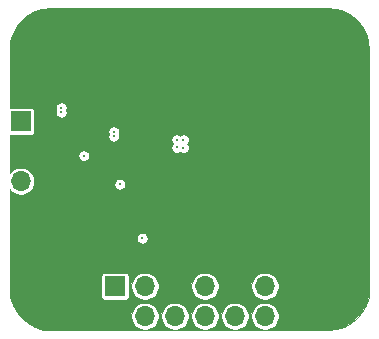
<source format=gbr>
%TF.GenerationSoftware,KiCad,Pcbnew,5.1.6-c6e7f7d~87~ubuntu18.04.1*%
%TF.CreationDate,2020-08-02T22:12:59+02:00*%
%TF.ProjectId,ad9834_eval,61643938-3334-45f6-9576-616c2e6b6963,rev?*%
%TF.SameCoordinates,Original*%
%TF.FileFunction,Copper,L2,Inr*%
%TF.FilePolarity,Positive*%
%FSLAX46Y46*%
G04 Gerber Fmt 4.6, Leading zero omitted, Abs format (unit mm)*
G04 Created by KiCad (PCBNEW 5.1.6-c6e7f7d~87~ubuntu18.04.1) date 2020-08-02 22:12:59*
%MOMM*%
%LPD*%
G01*
G04 APERTURE LIST*
%TA.AperFunction,ViaPad*%
%ADD10O,1.700000X1.700000*%
%TD*%
%TA.AperFunction,ViaPad*%
%ADD11R,1.700000X1.700000*%
%TD*%
%TA.AperFunction,ViaPad*%
%ADD12C,0.800000*%
%TD*%
%TA.AperFunction,ViaPad*%
%ADD13C,6.400000*%
%TD*%
%TA.AperFunction,ViaPad*%
%ADD14C,0.304800*%
%TD*%
%TA.AperFunction,Conductor*%
%ADD15C,0.101600*%
%TD*%
G04 APERTURE END LIST*
D10*
%TO.N,Net-(J1-Pad12)*%
%TO.C,J1*%
X93065600Y-96266000D03*
%TO.N,Net-(J1-Pad11)*%
X93065600Y-93726000D03*
%TO.N,Net-(J1-Pad10)*%
X90525600Y-96266000D03*
%TO.N,GNDA*%
X90525600Y-93726000D03*
%TO.N,Net-(J1-Pad8)*%
X87985600Y-96266000D03*
%TO.N,Net-(J1-Pad7)*%
X87985600Y-93726000D03*
%TO.N,Net-(J1-Pad6)*%
X85445600Y-96266000D03*
%TO.N,GNDA*%
X85445600Y-93726000D03*
%TO.N,Net-(J1-Pad4)*%
X82905600Y-96266000D03*
%TO.N,Net-(J1-Pad3)*%
X82905600Y-93726000D03*
%TO.N,GNDA*%
X80365600Y-96266000D03*
D11*
%TO.N,Net-(J1-Pad1)*%
X80365600Y-93726000D03*
%TD*%
D10*
%TO.N,GNDA*%
%TO.C,J4*%
X72390000Y-87376000D03*
%TO.N,DVDD*%
X72390000Y-84836000D03*
%TO.N,GNDA*%
X72390000Y-82296000D03*
D11*
%TO.N,AVDD*%
X72390000Y-79756000D03*
%TD*%
D12*
%TO.N,GNDA*%
%TO.C,H4*%
X76627056Y-71962944D03*
X74930000Y-71260000D03*
X73232944Y-71962944D03*
X72530000Y-73660000D03*
X73232944Y-75357056D03*
X74930000Y-76060000D03*
X76627056Y-75357056D03*
X77330000Y-73660000D03*
D13*
X74930000Y-73660000D03*
%TD*%
D12*
%TO.N,GNDA*%
%TO.C,H3*%
X76627056Y-92282944D03*
X74930000Y-91580000D03*
X73232944Y-92282944D03*
X72530000Y-93980000D03*
X73232944Y-95677056D03*
X74930000Y-96380000D03*
X76627056Y-95677056D03*
X77330000Y-93980000D03*
D13*
X74930000Y-93980000D03*
%TD*%
D12*
%TO.N,GNDA*%
%TO.C,H2*%
X100122056Y-92282944D03*
X98425000Y-91580000D03*
X96727944Y-92282944D03*
X96025000Y-93980000D03*
X96727944Y-95677056D03*
X98425000Y-96380000D03*
X100122056Y-95677056D03*
X100825000Y-93980000D03*
D13*
X98425000Y-93980000D03*
%TD*%
D12*
%TO.N,GNDA*%
%TO.C,H1*%
X100122056Y-71962944D03*
X98425000Y-71260000D03*
X96727944Y-71962944D03*
X96025000Y-73660000D03*
X96727944Y-75357056D03*
X98425000Y-76060000D03*
X100122056Y-75357056D03*
X100825000Y-73660000D03*
D13*
X98425000Y-73660000D03*
%TD*%
D14*
%TO.N,AVDD*%
X75819000Y-78613000D03*
X75819000Y-78994000D03*
X80264000Y-81026000D03*
X86156800Y-81330800D03*
X80264000Y-80645000D03*
X85598000Y-81330800D03*
%TO.N,GNDA*%
X80518000Y-75438000D03*
X79375000Y-75438000D03*
X80518000Y-76454000D03*
X79375000Y-76454000D03*
X94361000Y-85217000D03*
X95504000Y-85217000D03*
X95504000Y-86360000D03*
X94361000Y-86360000D03*
X83185000Y-86487000D03*
X82550000Y-86487000D03*
X81915000Y-86487000D03*
X78994000Y-79502000D03*
X77978000Y-86106000D03*
X77406500Y-86106000D03*
X77343000Y-78740000D03*
X77978000Y-78740000D03*
X76708000Y-78740000D03*
X79502000Y-79502000D03*
X80010000Y-79502000D03*
X80391000Y-83629500D03*
X88036400Y-82397600D03*
X86461600Y-83870800D03*
X88036400Y-83108800D03*
X87223600Y-83870800D03*
X88036400Y-83870800D03*
X88036400Y-80975200D03*
X88036400Y-80264000D03*
X86664800Y-79603600D03*
X87325200Y-79603600D03*
X88036400Y-79603600D03*
X86614000Y-87376000D03*
X87122000Y-87376000D03*
X93980000Y-77216000D03*
X93472000Y-77216000D03*
X93472000Y-77724000D03*
X93980000Y-77724000D03*
X86614000Y-87884000D03*
X87122000Y-87884000D03*
X80899000Y-83629500D03*
%TO.N,DVDD*%
X80772000Y-85090000D03*
X82677000Y-89662000D03*
X86156800Y-81991200D03*
X85598000Y-81978500D03*
%TO.N,Net-(C4-Pad1)*%
X77724000Y-82677000D03*
%TD*%
D15*
%TO.N,GNDA*%
G36*
X99100667Y-70247631D02*
G01*
X99750598Y-70443857D01*
X100350036Y-70762583D01*
X100876155Y-71191675D01*
X101308904Y-71714779D01*
X101631810Y-72311980D01*
X101832569Y-72960529D01*
X101905167Y-73651256D01*
X101905201Y-73660867D01*
X101905200Y-93963870D01*
X101837369Y-94655667D01*
X101641142Y-95305599D01*
X101322415Y-95905038D01*
X100893327Y-96431153D01*
X100370221Y-96863904D01*
X99773020Y-97186810D01*
X99124471Y-97387569D01*
X98433744Y-97460167D01*
X98424419Y-97460200D01*
X74946130Y-97460200D01*
X74254333Y-97392369D01*
X73604401Y-97196142D01*
X73004962Y-96877415D01*
X72478847Y-96448327D01*
X72233921Y-96152262D01*
X81750800Y-96152262D01*
X81750800Y-96379738D01*
X81795178Y-96602843D01*
X81882229Y-96813003D01*
X82008608Y-97002142D01*
X82169458Y-97162992D01*
X82358597Y-97289371D01*
X82568757Y-97376422D01*
X82791862Y-97420800D01*
X83019338Y-97420800D01*
X83242443Y-97376422D01*
X83452603Y-97289371D01*
X83641742Y-97162992D01*
X83802592Y-97002142D01*
X83928971Y-96813003D01*
X84016022Y-96602843D01*
X84060400Y-96379738D01*
X84060400Y-96152262D01*
X84290800Y-96152262D01*
X84290800Y-96379738D01*
X84335178Y-96602843D01*
X84422229Y-96813003D01*
X84548608Y-97002142D01*
X84709458Y-97162992D01*
X84898597Y-97289371D01*
X85108757Y-97376422D01*
X85331862Y-97420800D01*
X85559338Y-97420800D01*
X85782443Y-97376422D01*
X85992603Y-97289371D01*
X86181742Y-97162992D01*
X86342592Y-97002142D01*
X86468971Y-96813003D01*
X86556022Y-96602843D01*
X86600400Y-96379738D01*
X86600400Y-96152262D01*
X86830800Y-96152262D01*
X86830800Y-96379738D01*
X86875178Y-96602843D01*
X86962229Y-96813003D01*
X87088608Y-97002142D01*
X87249458Y-97162992D01*
X87438597Y-97289371D01*
X87648757Y-97376422D01*
X87871862Y-97420800D01*
X88099338Y-97420800D01*
X88322443Y-97376422D01*
X88532603Y-97289371D01*
X88721742Y-97162992D01*
X88882592Y-97002142D01*
X89008971Y-96813003D01*
X89096022Y-96602843D01*
X89140400Y-96379738D01*
X89140400Y-96152262D01*
X89370800Y-96152262D01*
X89370800Y-96379738D01*
X89415178Y-96602843D01*
X89502229Y-96813003D01*
X89628608Y-97002142D01*
X89789458Y-97162992D01*
X89978597Y-97289371D01*
X90188757Y-97376422D01*
X90411862Y-97420800D01*
X90639338Y-97420800D01*
X90862443Y-97376422D01*
X91072603Y-97289371D01*
X91261742Y-97162992D01*
X91422592Y-97002142D01*
X91548971Y-96813003D01*
X91636022Y-96602843D01*
X91680400Y-96379738D01*
X91680400Y-96152262D01*
X91910800Y-96152262D01*
X91910800Y-96379738D01*
X91955178Y-96602843D01*
X92042229Y-96813003D01*
X92168608Y-97002142D01*
X92329458Y-97162992D01*
X92518597Y-97289371D01*
X92728757Y-97376422D01*
X92951862Y-97420800D01*
X93179338Y-97420800D01*
X93402443Y-97376422D01*
X93612603Y-97289371D01*
X93801742Y-97162992D01*
X93962592Y-97002142D01*
X94088971Y-96813003D01*
X94176022Y-96602843D01*
X94220400Y-96379738D01*
X94220400Y-96152262D01*
X94176022Y-95929157D01*
X94088971Y-95718997D01*
X93962592Y-95529858D01*
X93801742Y-95369008D01*
X93612603Y-95242629D01*
X93402443Y-95155578D01*
X93179338Y-95111200D01*
X92951862Y-95111200D01*
X92728757Y-95155578D01*
X92518597Y-95242629D01*
X92329458Y-95369008D01*
X92168608Y-95529858D01*
X92042229Y-95718997D01*
X91955178Y-95929157D01*
X91910800Y-96152262D01*
X91680400Y-96152262D01*
X91636022Y-95929157D01*
X91548971Y-95718997D01*
X91422592Y-95529858D01*
X91261742Y-95369008D01*
X91072603Y-95242629D01*
X90862443Y-95155578D01*
X90639338Y-95111200D01*
X90411862Y-95111200D01*
X90188757Y-95155578D01*
X89978597Y-95242629D01*
X89789458Y-95369008D01*
X89628608Y-95529858D01*
X89502229Y-95718997D01*
X89415178Y-95929157D01*
X89370800Y-96152262D01*
X89140400Y-96152262D01*
X89096022Y-95929157D01*
X89008971Y-95718997D01*
X88882592Y-95529858D01*
X88721742Y-95369008D01*
X88532603Y-95242629D01*
X88322443Y-95155578D01*
X88099338Y-95111200D01*
X87871862Y-95111200D01*
X87648757Y-95155578D01*
X87438597Y-95242629D01*
X87249458Y-95369008D01*
X87088608Y-95529858D01*
X86962229Y-95718997D01*
X86875178Y-95929157D01*
X86830800Y-96152262D01*
X86600400Y-96152262D01*
X86556022Y-95929157D01*
X86468971Y-95718997D01*
X86342592Y-95529858D01*
X86181742Y-95369008D01*
X85992603Y-95242629D01*
X85782443Y-95155578D01*
X85559338Y-95111200D01*
X85331862Y-95111200D01*
X85108757Y-95155578D01*
X84898597Y-95242629D01*
X84709458Y-95369008D01*
X84548608Y-95529858D01*
X84422229Y-95718997D01*
X84335178Y-95929157D01*
X84290800Y-96152262D01*
X84060400Y-96152262D01*
X84016022Y-95929157D01*
X83928971Y-95718997D01*
X83802592Y-95529858D01*
X83641742Y-95369008D01*
X83452603Y-95242629D01*
X83242443Y-95155578D01*
X83019338Y-95111200D01*
X82791862Y-95111200D01*
X82568757Y-95155578D01*
X82358597Y-95242629D01*
X82169458Y-95369008D01*
X82008608Y-95529858D01*
X81882229Y-95718997D01*
X81795178Y-95929157D01*
X81750800Y-96152262D01*
X72233921Y-96152262D01*
X72046096Y-95925221D01*
X71723190Y-95328020D01*
X71522431Y-94679471D01*
X71449833Y-93988744D01*
X71449800Y-93979419D01*
X71449800Y-92876000D01*
X79209326Y-92876000D01*
X79209326Y-94576000D01*
X79215211Y-94635751D01*
X79232640Y-94693206D01*
X79260942Y-94746157D01*
X79299032Y-94792568D01*
X79345443Y-94830658D01*
X79398394Y-94858960D01*
X79455849Y-94876389D01*
X79515600Y-94882274D01*
X81215600Y-94882274D01*
X81275351Y-94876389D01*
X81332806Y-94858960D01*
X81385757Y-94830658D01*
X81432168Y-94792568D01*
X81470258Y-94746157D01*
X81498560Y-94693206D01*
X81515989Y-94635751D01*
X81521874Y-94576000D01*
X81521874Y-93612262D01*
X81750800Y-93612262D01*
X81750800Y-93839738D01*
X81795178Y-94062843D01*
X81882229Y-94273003D01*
X82008608Y-94462142D01*
X82169458Y-94622992D01*
X82358597Y-94749371D01*
X82568757Y-94836422D01*
X82791862Y-94880800D01*
X83019338Y-94880800D01*
X83242443Y-94836422D01*
X83452603Y-94749371D01*
X83641742Y-94622992D01*
X83802592Y-94462142D01*
X83928971Y-94273003D01*
X84016022Y-94062843D01*
X84060400Y-93839738D01*
X84060400Y-93612262D01*
X86830800Y-93612262D01*
X86830800Y-93839738D01*
X86875178Y-94062843D01*
X86962229Y-94273003D01*
X87088608Y-94462142D01*
X87249458Y-94622992D01*
X87438597Y-94749371D01*
X87648757Y-94836422D01*
X87871862Y-94880800D01*
X88099338Y-94880800D01*
X88322443Y-94836422D01*
X88532603Y-94749371D01*
X88721742Y-94622992D01*
X88882592Y-94462142D01*
X89008971Y-94273003D01*
X89096022Y-94062843D01*
X89140400Y-93839738D01*
X89140400Y-93612262D01*
X91910800Y-93612262D01*
X91910800Y-93839738D01*
X91955178Y-94062843D01*
X92042229Y-94273003D01*
X92168608Y-94462142D01*
X92329458Y-94622992D01*
X92518597Y-94749371D01*
X92728757Y-94836422D01*
X92951862Y-94880800D01*
X93179338Y-94880800D01*
X93402443Y-94836422D01*
X93612603Y-94749371D01*
X93801742Y-94622992D01*
X93962592Y-94462142D01*
X94088971Y-94273003D01*
X94176022Y-94062843D01*
X94220400Y-93839738D01*
X94220400Y-93612262D01*
X94176022Y-93389157D01*
X94088971Y-93178997D01*
X93962592Y-92989858D01*
X93801742Y-92829008D01*
X93612603Y-92702629D01*
X93402443Y-92615578D01*
X93179338Y-92571200D01*
X92951862Y-92571200D01*
X92728757Y-92615578D01*
X92518597Y-92702629D01*
X92329458Y-92829008D01*
X92168608Y-92989858D01*
X92042229Y-93178997D01*
X91955178Y-93389157D01*
X91910800Y-93612262D01*
X89140400Y-93612262D01*
X89096022Y-93389157D01*
X89008971Y-93178997D01*
X88882592Y-92989858D01*
X88721742Y-92829008D01*
X88532603Y-92702629D01*
X88322443Y-92615578D01*
X88099338Y-92571200D01*
X87871862Y-92571200D01*
X87648757Y-92615578D01*
X87438597Y-92702629D01*
X87249458Y-92829008D01*
X87088608Y-92989858D01*
X86962229Y-93178997D01*
X86875178Y-93389157D01*
X86830800Y-93612262D01*
X84060400Y-93612262D01*
X84016022Y-93389157D01*
X83928971Y-93178997D01*
X83802592Y-92989858D01*
X83641742Y-92829008D01*
X83452603Y-92702629D01*
X83242443Y-92615578D01*
X83019338Y-92571200D01*
X82791862Y-92571200D01*
X82568757Y-92615578D01*
X82358597Y-92702629D01*
X82169458Y-92829008D01*
X82008608Y-92989858D01*
X81882229Y-93178997D01*
X81795178Y-93389157D01*
X81750800Y-93612262D01*
X81521874Y-93612262D01*
X81521874Y-92876000D01*
X81515989Y-92816249D01*
X81498560Y-92758794D01*
X81470258Y-92705843D01*
X81432168Y-92659432D01*
X81385757Y-92621342D01*
X81332806Y-92593040D01*
X81275351Y-92575611D01*
X81215600Y-92569726D01*
X79515600Y-92569726D01*
X79455849Y-92575611D01*
X79398394Y-92593040D01*
X79345443Y-92621342D01*
X79299032Y-92659432D01*
X79260942Y-92705843D01*
X79232640Y-92758794D01*
X79215211Y-92816249D01*
X79209326Y-92876000D01*
X71449800Y-92876000D01*
X71449800Y-89616970D01*
X82219800Y-89616970D01*
X82219800Y-89707030D01*
X82237370Y-89795360D01*
X82271835Y-89878565D01*
X82321870Y-89953448D01*
X82385552Y-90017130D01*
X82460435Y-90067165D01*
X82543640Y-90101630D01*
X82631970Y-90119200D01*
X82722030Y-90119200D01*
X82810360Y-90101630D01*
X82893565Y-90067165D01*
X82968448Y-90017130D01*
X83032130Y-89953448D01*
X83082165Y-89878565D01*
X83116630Y-89795360D01*
X83134200Y-89707030D01*
X83134200Y-89616970D01*
X83116630Y-89528640D01*
X83082165Y-89445435D01*
X83032130Y-89370552D01*
X82968448Y-89306870D01*
X82893565Y-89256835D01*
X82810360Y-89222370D01*
X82722030Y-89204800D01*
X82631970Y-89204800D01*
X82543640Y-89222370D01*
X82460435Y-89256835D01*
X82385552Y-89306870D01*
X82321870Y-89370552D01*
X82271835Y-89445435D01*
X82237370Y-89528640D01*
X82219800Y-89616970D01*
X71449800Y-89616970D01*
X71449800Y-85507477D01*
X71493008Y-85572142D01*
X71653858Y-85732992D01*
X71842997Y-85859371D01*
X72053157Y-85946422D01*
X72276262Y-85990800D01*
X72503738Y-85990800D01*
X72726843Y-85946422D01*
X72937003Y-85859371D01*
X73126142Y-85732992D01*
X73286992Y-85572142D01*
X73413371Y-85383003D01*
X73500422Y-85172843D01*
X73525857Y-85044970D01*
X80314800Y-85044970D01*
X80314800Y-85135030D01*
X80332370Y-85223360D01*
X80366835Y-85306565D01*
X80416870Y-85381448D01*
X80480552Y-85445130D01*
X80555435Y-85495165D01*
X80638640Y-85529630D01*
X80726970Y-85547200D01*
X80817030Y-85547200D01*
X80905360Y-85529630D01*
X80988565Y-85495165D01*
X81063448Y-85445130D01*
X81127130Y-85381448D01*
X81177165Y-85306565D01*
X81211630Y-85223360D01*
X81229200Y-85135030D01*
X81229200Y-85044970D01*
X81211630Y-84956640D01*
X81177165Y-84873435D01*
X81127130Y-84798552D01*
X81063448Y-84734870D01*
X80988565Y-84684835D01*
X80905360Y-84650370D01*
X80817030Y-84632800D01*
X80726970Y-84632800D01*
X80638640Y-84650370D01*
X80555435Y-84684835D01*
X80480552Y-84734870D01*
X80416870Y-84798552D01*
X80366835Y-84873435D01*
X80332370Y-84956640D01*
X80314800Y-85044970D01*
X73525857Y-85044970D01*
X73544800Y-84949738D01*
X73544800Y-84722262D01*
X73500422Y-84499157D01*
X73413371Y-84288997D01*
X73286992Y-84099858D01*
X73126142Y-83939008D01*
X72937003Y-83812629D01*
X72726843Y-83725578D01*
X72503738Y-83681200D01*
X72276262Y-83681200D01*
X72053157Y-83725578D01*
X71842997Y-83812629D01*
X71653858Y-83939008D01*
X71493008Y-84099858D01*
X71449800Y-84164523D01*
X71449800Y-82631970D01*
X77266800Y-82631970D01*
X77266800Y-82722030D01*
X77284370Y-82810360D01*
X77318835Y-82893565D01*
X77368870Y-82968448D01*
X77432552Y-83032130D01*
X77507435Y-83082165D01*
X77590640Y-83116630D01*
X77678970Y-83134200D01*
X77769030Y-83134200D01*
X77857360Y-83116630D01*
X77940565Y-83082165D01*
X78015448Y-83032130D01*
X78079130Y-82968448D01*
X78129165Y-82893565D01*
X78163630Y-82810360D01*
X78181200Y-82722030D01*
X78181200Y-82631970D01*
X78163630Y-82543640D01*
X78129165Y-82460435D01*
X78079130Y-82385552D01*
X78015448Y-82321870D01*
X77940565Y-82271835D01*
X77857360Y-82237370D01*
X77769030Y-82219800D01*
X77678970Y-82219800D01*
X77590640Y-82237370D01*
X77507435Y-82271835D01*
X77432552Y-82321870D01*
X77368870Y-82385552D01*
X77318835Y-82460435D01*
X77284370Y-82543640D01*
X77266800Y-82631970D01*
X71449800Y-82631970D01*
X71449800Y-80897152D01*
X71480249Y-80906389D01*
X71540000Y-80912274D01*
X73240000Y-80912274D01*
X73299751Y-80906389D01*
X73357206Y-80888960D01*
X73410157Y-80860658D01*
X73456568Y-80822568D01*
X73494658Y-80776157D01*
X73522960Y-80723206D01*
X73540389Y-80665751D01*
X73546274Y-80606000D01*
X73546274Y-80599970D01*
X79806800Y-80599970D01*
X79806800Y-80690030D01*
X79824370Y-80778360D01*
X79848038Y-80835500D01*
X79824370Y-80892640D01*
X79806800Y-80980970D01*
X79806800Y-81071030D01*
X79824370Y-81159360D01*
X79858835Y-81242565D01*
X79908870Y-81317448D01*
X79972552Y-81381130D01*
X80047435Y-81431165D01*
X80130640Y-81465630D01*
X80218970Y-81483200D01*
X80309030Y-81483200D01*
X80397360Y-81465630D01*
X80480565Y-81431165D01*
X80555448Y-81381130D01*
X80619130Y-81317448D01*
X80640296Y-81285770D01*
X85140800Y-81285770D01*
X85140800Y-81375830D01*
X85158370Y-81464160D01*
X85192835Y-81547365D01*
X85242870Y-81622248D01*
X85275272Y-81654650D01*
X85242870Y-81687052D01*
X85192835Y-81761935D01*
X85158370Y-81845140D01*
X85140800Y-81933470D01*
X85140800Y-82023530D01*
X85158370Y-82111860D01*
X85192835Y-82195065D01*
X85242870Y-82269948D01*
X85306552Y-82333630D01*
X85381435Y-82383665D01*
X85464640Y-82418130D01*
X85552970Y-82435700D01*
X85643030Y-82435700D01*
X85731360Y-82418130D01*
X85814565Y-82383665D01*
X85867897Y-82348030D01*
X85940235Y-82396365D01*
X86023440Y-82430830D01*
X86111770Y-82448400D01*
X86201830Y-82448400D01*
X86290160Y-82430830D01*
X86373365Y-82396365D01*
X86448248Y-82346330D01*
X86511930Y-82282648D01*
X86561965Y-82207765D01*
X86596430Y-82124560D01*
X86614000Y-82036230D01*
X86614000Y-81946170D01*
X86596430Y-81857840D01*
X86561965Y-81774635D01*
X86511930Y-81699752D01*
X86473178Y-81661000D01*
X86511930Y-81622248D01*
X86561965Y-81547365D01*
X86596430Y-81464160D01*
X86614000Y-81375830D01*
X86614000Y-81285770D01*
X86596430Y-81197440D01*
X86561965Y-81114235D01*
X86511930Y-81039352D01*
X86448248Y-80975670D01*
X86373365Y-80925635D01*
X86290160Y-80891170D01*
X86201830Y-80873600D01*
X86111770Y-80873600D01*
X86023440Y-80891170D01*
X85940235Y-80925635D01*
X85877400Y-80967620D01*
X85814565Y-80925635D01*
X85731360Y-80891170D01*
X85643030Y-80873600D01*
X85552970Y-80873600D01*
X85464640Y-80891170D01*
X85381435Y-80925635D01*
X85306552Y-80975670D01*
X85242870Y-81039352D01*
X85192835Y-81114235D01*
X85158370Y-81197440D01*
X85140800Y-81285770D01*
X80640296Y-81285770D01*
X80669165Y-81242565D01*
X80703630Y-81159360D01*
X80721200Y-81071030D01*
X80721200Y-80980970D01*
X80703630Y-80892640D01*
X80679962Y-80835500D01*
X80703630Y-80778360D01*
X80721200Y-80690030D01*
X80721200Y-80599970D01*
X80703630Y-80511640D01*
X80669165Y-80428435D01*
X80619130Y-80353552D01*
X80555448Y-80289870D01*
X80480565Y-80239835D01*
X80397360Y-80205370D01*
X80309030Y-80187800D01*
X80218970Y-80187800D01*
X80130640Y-80205370D01*
X80047435Y-80239835D01*
X79972552Y-80289870D01*
X79908870Y-80353552D01*
X79858835Y-80428435D01*
X79824370Y-80511640D01*
X79806800Y-80599970D01*
X73546274Y-80599970D01*
X73546274Y-78906000D01*
X73540389Y-78846249D01*
X73522960Y-78788794D01*
X73494658Y-78735843D01*
X73456568Y-78689432D01*
X73410157Y-78651342D01*
X73357206Y-78623040D01*
X73299751Y-78605611D01*
X73240000Y-78599726D01*
X71540000Y-78599726D01*
X71480249Y-78605611D01*
X71449800Y-78614848D01*
X71449800Y-78567970D01*
X75361800Y-78567970D01*
X75361800Y-78658030D01*
X75379370Y-78746360D01*
X75403038Y-78803500D01*
X75379370Y-78860640D01*
X75361800Y-78948970D01*
X75361800Y-79039030D01*
X75379370Y-79127360D01*
X75413835Y-79210565D01*
X75463870Y-79285448D01*
X75527552Y-79349130D01*
X75602435Y-79399165D01*
X75685640Y-79433630D01*
X75773970Y-79451200D01*
X75864030Y-79451200D01*
X75952360Y-79433630D01*
X76035565Y-79399165D01*
X76110448Y-79349130D01*
X76174130Y-79285448D01*
X76224165Y-79210565D01*
X76258630Y-79127360D01*
X76276200Y-79039030D01*
X76276200Y-78948970D01*
X76258630Y-78860640D01*
X76234962Y-78803500D01*
X76258630Y-78746360D01*
X76276200Y-78658030D01*
X76276200Y-78567970D01*
X76258630Y-78479640D01*
X76224165Y-78396435D01*
X76174130Y-78321552D01*
X76110448Y-78257870D01*
X76035565Y-78207835D01*
X75952360Y-78173370D01*
X75864030Y-78155800D01*
X75773970Y-78155800D01*
X75685640Y-78173370D01*
X75602435Y-78207835D01*
X75527552Y-78257870D01*
X75463870Y-78321552D01*
X75413835Y-78396435D01*
X75379370Y-78479640D01*
X75361800Y-78567970D01*
X71449800Y-78567970D01*
X71449800Y-73676130D01*
X71517631Y-72984333D01*
X71713857Y-72334402D01*
X72032583Y-71734964D01*
X72461675Y-71208845D01*
X72984779Y-70776096D01*
X73581980Y-70453190D01*
X74230529Y-70252431D01*
X74921256Y-70179833D01*
X74930581Y-70179800D01*
X98408870Y-70179800D01*
X99100667Y-70247631D01*
G37*
X99100667Y-70247631D02*
X99750598Y-70443857D01*
X100350036Y-70762583D01*
X100876155Y-71191675D01*
X101308904Y-71714779D01*
X101631810Y-72311980D01*
X101832569Y-72960529D01*
X101905167Y-73651256D01*
X101905201Y-73660867D01*
X101905200Y-93963870D01*
X101837369Y-94655667D01*
X101641142Y-95305599D01*
X101322415Y-95905038D01*
X100893327Y-96431153D01*
X100370221Y-96863904D01*
X99773020Y-97186810D01*
X99124471Y-97387569D01*
X98433744Y-97460167D01*
X98424419Y-97460200D01*
X74946130Y-97460200D01*
X74254333Y-97392369D01*
X73604401Y-97196142D01*
X73004962Y-96877415D01*
X72478847Y-96448327D01*
X72233921Y-96152262D01*
X81750800Y-96152262D01*
X81750800Y-96379738D01*
X81795178Y-96602843D01*
X81882229Y-96813003D01*
X82008608Y-97002142D01*
X82169458Y-97162992D01*
X82358597Y-97289371D01*
X82568757Y-97376422D01*
X82791862Y-97420800D01*
X83019338Y-97420800D01*
X83242443Y-97376422D01*
X83452603Y-97289371D01*
X83641742Y-97162992D01*
X83802592Y-97002142D01*
X83928971Y-96813003D01*
X84016022Y-96602843D01*
X84060400Y-96379738D01*
X84060400Y-96152262D01*
X84290800Y-96152262D01*
X84290800Y-96379738D01*
X84335178Y-96602843D01*
X84422229Y-96813003D01*
X84548608Y-97002142D01*
X84709458Y-97162992D01*
X84898597Y-97289371D01*
X85108757Y-97376422D01*
X85331862Y-97420800D01*
X85559338Y-97420800D01*
X85782443Y-97376422D01*
X85992603Y-97289371D01*
X86181742Y-97162992D01*
X86342592Y-97002142D01*
X86468971Y-96813003D01*
X86556022Y-96602843D01*
X86600400Y-96379738D01*
X86600400Y-96152262D01*
X86830800Y-96152262D01*
X86830800Y-96379738D01*
X86875178Y-96602843D01*
X86962229Y-96813003D01*
X87088608Y-97002142D01*
X87249458Y-97162992D01*
X87438597Y-97289371D01*
X87648757Y-97376422D01*
X87871862Y-97420800D01*
X88099338Y-97420800D01*
X88322443Y-97376422D01*
X88532603Y-97289371D01*
X88721742Y-97162992D01*
X88882592Y-97002142D01*
X89008971Y-96813003D01*
X89096022Y-96602843D01*
X89140400Y-96379738D01*
X89140400Y-96152262D01*
X89370800Y-96152262D01*
X89370800Y-96379738D01*
X89415178Y-96602843D01*
X89502229Y-96813003D01*
X89628608Y-97002142D01*
X89789458Y-97162992D01*
X89978597Y-97289371D01*
X90188757Y-97376422D01*
X90411862Y-97420800D01*
X90639338Y-97420800D01*
X90862443Y-97376422D01*
X91072603Y-97289371D01*
X91261742Y-97162992D01*
X91422592Y-97002142D01*
X91548971Y-96813003D01*
X91636022Y-96602843D01*
X91680400Y-96379738D01*
X91680400Y-96152262D01*
X91910800Y-96152262D01*
X91910800Y-96379738D01*
X91955178Y-96602843D01*
X92042229Y-96813003D01*
X92168608Y-97002142D01*
X92329458Y-97162992D01*
X92518597Y-97289371D01*
X92728757Y-97376422D01*
X92951862Y-97420800D01*
X93179338Y-97420800D01*
X93402443Y-97376422D01*
X93612603Y-97289371D01*
X93801742Y-97162992D01*
X93962592Y-97002142D01*
X94088971Y-96813003D01*
X94176022Y-96602843D01*
X94220400Y-96379738D01*
X94220400Y-96152262D01*
X94176022Y-95929157D01*
X94088971Y-95718997D01*
X93962592Y-95529858D01*
X93801742Y-95369008D01*
X93612603Y-95242629D01*
X93402443Y-95155578D01*
X93179338Y-95111200D01*
X92951862Y-95111200D01*
X92728757Y-95155578D01*
X92518597Y-95242629D01*
X92329458Y-95369008D01*
X92168608Y-95529858D01*
X92042229Y-95718997D01*
X91955178Y-95929157D01*
X91910800Y-96152262D01*
X91680400Y-96152262D01*
X91636022Y-95929157D01*
X91548971Y-95718997D01*
X91422592Y-95529858D01*
X91261742Y-95369008D01*
X91072603Y-95242629D01*
X90862443Y-95155578D01*
X90639338Y-95111200D01*
X90411862Y-95111200D01*
X90188757Y-95155578D01*
X89978597Y-95242629D01*
X89789458Y-95369008D01*
X89628608Y-95529858D01*
X89502229Y-95718997D01*
X89415178Y-95929157D01*
X89370800Y-96152262D01*
X89140400Y-96152262D01*
X89096022Y-95929157D01*
X89008971Y-95718997D01*
X88882592Y-95529858D01*
X88721742Y-95369008D01*
X88532603Y-95242629D01*
X88322443Y-95155578D01*
X88099338Y-95111200D01*
X87871862Y-95111200D01*
X87648757Y-95155578D01*
X87438597Y-95242629D01*
X87249458Y-95369008D01*
X87088608Y-95529858D01*
X86962229Y-95718997D01*
X86875178Y-95929157D01*
X86830800Y-96152262D01*
X86600400Y-96152262D01*
X86556022Y-95929157D01*
X86468971Y-95718997D01*
X86342592Y-95529858D01*
X86181742Y-95369008D01*
X85992603Y-95242629D01*
X85782443Y-95155578D01*
X85559338Y-95111200D01*
X85331862Y-95111200D01*
X85108757Y-95155578D01*
X84898597Y-95242629D01*
X84709458Y-95369008D01*
X84548608Y-95529858D01*
X84422229Y-95718997D01*
X84335178Y-95929157D01*
X84290800Y-96152262D01*
X84060400Y-96152262D01*
X84016022Y-95929157D01*
X83928971Y-95718997D01*
X83802592Y-95529858D01*
X83641742Y-95369008D01*
X83452603Y-95242629D01*
X83242443Y-95155578D01*
X83019338Y-95111200D01*
X82791862Y-95111200D01*
X82568757Y-95155578D01*
X82358597Y-95242629D01*
X82169458Y-95369008D01*
X82008608Y-95529858D01*
X81882229Y-95718997D01*
X81795178Y-95929157D01*
X81750800Y-96152262D01*
X72233921Y-96152262D01*
X72046096Y-95925221D01*
X71723190Y-95328020D01*
X71522431Y-94679471D01*
X71449833Y-93988744D01*
X71449800Y-93979419D01*
X71449800Y-92876000D01*
X79209326Y-92876000D01*
X79209326Y-94576000D01*
X79215211Y-94635751D01*
X79232640Y-94693206D01*
X79260942Y-94746157D01*
X79299032Y-94792568D01*
X79345443Y-94830658D01*
X79398394Y-94858960D01*
X79455849Y-94876389D01*
X79515600Y-94882274D01*
X81215600Y-94882274D01*
X81275351Y-94876389D01*
X81332806Y-94858960D01*
X81385757Y-94830658D01*
X81432168Y-94792568D01*
X81470258Y-94746157D01*
X81498560Y-94693206D01*
X81515989Y-94635751D01*
X81521874Y-94576000D01*
X81521874Y-93612262D01*
X81750800Y-93612262D01*
X81750800Y-93839738D01*
X81795178Y-94062843D01*
X81882229Y-94273003D01*
X82008608Y-94462142D01*
X82169458Y-94622992D01*
X82358597Y-94749371D01*
X82568757Y-94836422D01*
X82791862Y-94880800D01*
X83019338Y-94880800D01*
X83242443Y-94836422D01*
X83452603Y-94749371D01*
X83641742Y-94622992D01*
X83802592Y-94462142D01*
X83928971Y-94273003D01*
X84016022Y-94062843D01*
X84060400Y-93839738D01*
X84060400Y-93612262D01*
X86830800Y-93612262D01*
X86830800Y-93839738D01*
X86875178Y-94062843D01*
X86962229Y-94273003D01*
X87088608Y-94462142D01*
X87249458Y-94622992D01*
X87438597Y-94749371D01*
X87648757Y-94836422D01*
X87871862Y-94880800D01*
X88099338Y-94880800D01*
X88322443Y-94836422D01*
X88532603Y-94749371D01*
X88721742Y-94622992D01*
X88882592Y-94462142D01*
X89008971Y-94273003D01*
X89096022Y-94062843D01*
X89140400Y-93839738D01*
X89140400Y-93612262D01*
X91910800Y-93612262D01*
X91910800Y-93839738D01*
X91955178Y-94062843D01*
X92042229Y-94273003D01*
X92168608Y-94462142D01*
X92329458Y-94622992D01*
X92518597Y-94749371D01*
X92728757Y-94836422D01*
X92951862Y-94880800D01*
X93179338Y-94880800D01*
X93402443Y-94836422D01*
X93612603Y-94749371D01*
X93801742Y-94622992D01*
X93962592Y-94462142D01*
X94088971Y-94273003D01*
X94176022Y-94062843D01*
X94220400Y-93839738D01*
X94220400Y-93612262D01*
X94176022Y-93389157D01*
X94088971Y-93178997D01*
X93962592Y-92989858D01*
X93801742Y-92829008D01*
X93612603Y-92702629D01*
X93402443Y-92615578D01*
X93179338Y-92571200D01*
X92951862Y-92571200D01*
X92728757Y-92615578D01*
X92518597Y-92702629D01*
X92329458Y-92829008D01*
X92168608Y-92989858D01*
X92042229Y-93178997D01*
X91955178Y-93389157D01*
X91910800Y-93612262D01*
X89140400Y-93612262D01*
X89096022Y-93389157D01*
X89008971Y-93178997D01*
X88882592Y-92989858D01*
X88721742Y-92829008D01*
X88532603Y-92702629D01*
X88322443Y-92615578D01*
X88099338Y-92571200D01*
X87871862Y-92571200D01*
X87648757Y-92615578D01*
X87438597Y-92702629D01*
X87249458Y-92829008D01*
X87088608Y-92989858D01*
X86962229Y-93178997D01*
X86875178Y-93389157D01*
X86830800Y-93612262D01*
X84060400Y-93612262D01*
X84016022Y-93389157D01*
X83928971Y-93178997D01*
X83802592Y-92989858D01*
X83641742Y-92829008D01*
X83452603Y-92702629D01*
X83242443Y-92615578D01*
X83019338Y-92571200D01*
X82791862Y-92571200D01*
X82568757Y-92615578D01*
X82358597Y-92702629D01*
X82169458Y-92829008D01*
X82008608Y-92989858D01*
X81882229Y-93178997D01*
X81795178Y-93389157D01*
X81750800Y-93612262D01*
X81521874Y-93612262D01*
X81521874Y-92876000D01*
X81515989Y-92816249D01*
X81498560Y-92758794D01*
X81470258Y-92705843D01*
X81432168Y-92659432D01*
X81385757Y-92621342D01*
X81332806Y-92593040D01*
X81275351Y-92575611D01*
X81215600Y-92569726D01*
X79515600Y-92569726D01*
X79455849Y-92575611D01*
X79398394Y-92593040D01*
X79345443Y-92621342D01*
X79299032Y-92659432D01*
X79260942Y-92705843D01*
X79232640Y-92758794D01*
X79215211Y-92816249D01*
X79209326Y-92876000D01*
X71449800Y-92876000D01*
X71449800Y-89616970D01*
X82219800Y-89616970D01*
X82219800Y-89707030D01*
X82237370Y-89795360D01*
X82271835Y-89878565D01*
X82321870Y-89953448D01*
X82385552Y-90017130D01*
X82460435Y-90067165D01*
X82543640Y-90101630D01*
X82631970Y-90119200D01*
X82722030Y-90119200D01*
X82810360Y-90101630D01*
X82893565Y-90067165D01*
X82968448Y-90017130D01*
X83032130Y-89953448D01*
X83082165Y-89878565D01*
X83116630Y-89795360D01*
X83134200Y-89707030D01*
X83134200Y-89616970D01*
X83116630Y-89528640D01*
X83082165Y-89445435D01*
X83032130Y-89370552D01*
X82968448Y-89306870D01*
X82893565Y-89256835D01*
X82810360Y-89222370D01*
X82722030Y-89204800D01*
X82631970Y-89204800D01*
X82543640Y-89222370D01*
X82460435Y-89256835D01*
X82385552Y-89306870D01*
X82321870Y-89370552D01*
X82271835Y-89445435D01*
X82237370Y-89528640D01*
X82219800Y-89616970D01*
X71449800Y-89616970D01*
X71449800Y-85507477D01*
X71493008Y-85572142D01*
X71653858Y-85732992D01*
X71842997Y-85859371D01*
X72053157Y-85946422D01*
X72276262Y-85990800D01*
X72503738Y-85990800D01*
X72726843Y-85946422D01*
X72937003Y-85859371D01*
X73126142Y-85732992D01*
X73286992Y-85572142D01*
X73413371Y-85383003D01*
X73500422Y-85172843D01*
X73525857Y-85044970D01*
X80314800Y-85044970D01*
X80314800Y-85135030D01*
X80332370Y-85223360D01*
X80366835Y-85306565D01*
X80416870Y-85381448D01*
X80480552Y-85445130D01*
X80555435Y-85495165D01*
X80638640Y-85529630D01*
X80726970Y-85547200D01*
X80817030Y-85547200D01*
X80905360Y-85529630D01*
X80988565Y-85495165D01*
X81063448Y-85445130D01*
X81127130Y-85381448D01*
X81177165Y-85306565D01*
X81211630Y-85223360D01*
X81229200Y-85135030D01*
X81229200Y-85044970D01*
X81211630Y-84956640D01*
X81177165Y-84873435D01*
X81127130Y-84798552D01*
X81063448Y-84734870D01*
X80988565Y-84684835D01*
X80905360Y-84650370D01*
X80817030Y-84632800D01*
X80726970Y-84632800D01*
X80638640Y-84650370D01*
X80555435Y-84684835D01*
X80480552Y-84734870D01*
X80416870Y-84798552D01*
X80366835Y-84873435D01*
X80332370Y-84956640D01*
X80314800Y-85044970D01*
X73525857Y-85044970D01*
X73544800Y-84949738D01*
X73544800Y-84722262D01*
X73500422Y-84499157D01*
X73413371Y-84288997D01*
X73286992Y-84099858D01*
X73126142Y-83939008D01*
X72937003Y-83812629D01*
X72726843Y-83725578D01*
X72503738Y-83681200D01*
X72276262Y-83681200D01*
X72053157Y-83725578D01*
X71842997Y-83812629D01*
X71653858Y-83939008D01*
X71493008Y-84099858D01*
X71449800Y-84164523D01*
X71449800Y-82631970D01*
X77266800Y-82631970D01*
X77266800Y-82722030D01*
X77284370Y-82810360D01*
X77318835Y-82893565D01*
X77368870Y-82968448D01*
X77432552Y-83032130D01*
X77507435Y-83082165D01*
X77590640Y-83116630D01*
X77678970Y-83134200D01*
X77769030Y-83134200D01*
X77857360Y-83116630D01*
X77940565Y-83082165D01*
X78015448Y-83032130D01*
X78079130Y-82968448D01*
X78129165Y-82893565D01*
X78163630Y-82810360D01*
X78181200Y-82722030D01*
X78181200Y-82631970D01*
X78163630Y-82543640D01*
X78129165Y-82460435D01*
X78079130Y-82385552D01*
X78015448Y-82321870D01*
X77940565Y-82271835D01*
X77857360Y-82237370D01*
X77769030Y-82219800D01*
X77678970Y-82219800D01*
X77590640Y-82237370D01*
X77507435Y-82271835D01*
X77432552Y-82321870D01*
X77368870Y-82385552D01*
X77318835Y-82460435D01*
X77284370Y-82543640D01*
X77266800Y-82631970D01*
X71449800Y-82631970D01*
X71449800Y-80897152D01*
X71480249Y-80906389D01*
X71540000Y-80912274D01*
X73240000Y-80912274D01*
X73299751Y-80906389D01*
X73357206Y-80888960D01*
X73410157Y-80860658D01*
X73456568Y-80822568D01*
X73494658Y-80776157D01*
X73522960Y-80723206D01*
X73540389Y-80665751D01*
X73546274Y-80606000D01*
X73546274Y-80599970D01*
X79806800Y-80599970D01*
X79806800Y-80690030D01*
X79824370Y-80778360D01*
X79848038Y-80835500D01*
X79824370Y-80892640D01*
X79806800Y-80980970D01*
X79806800Y-81071030D01*
X79824370Y-81159360D01*
X79858835Y-81242565D01*
X79908870Y-81317448D01*
X79972552Y-81381130D01*
X80047435Y-81431165D01*
X80130640Y-81465630D01*
X80218970Y-81483200D01*
X80309030Y-81483200D01*
X80397360Y-81465630D01*
X80480565Y-81431165D01*
X80555448Y-81381130D01*
X80619130Y-81317448D01*
X80640296Y-81285770D01*
X85140800Y-81285770D01*
X85140800Y-81375830D01*
X85158370Y-81464160D01*
X85192835Y-81547365D01*
X85242870Y-81622248D01*
X85275272Y-81654650D01*
X85242870Y-81687052D01*
X85192835Y-81761935D01*
X85158370Y-81845140D01*
X85140800Y-81933470D01*
X85140800Y-82023530D01*
X85158370Y-82111860D01*
X85192835Y-82195065D01*
X85242870Y-82269948D01*
X85306552Y-82333630D01*
X85381435Y-82383665D01*
X85464640Y-82418130D01*
X85552970Y-82435700D01*
X85643030Y-82435700D01*
X85731360Y-82418130D01*
X85814565Y-82383665D01*
X85867897Y-82348030D01*
X85940235Y-82396365D01*
X86023440Y-82430830D01*
X86111770Y-82448400D01*
X86201830Y-82448400D01*
X86290160Y-82430830D01*
X86373365Y-82396365D01*
X86448248Y-82346330D01*
X86511930Y-82282648D01*
X86561965Y-82207765D01*
X86596430Y-82124560D01*
X86614000Y-82036230D01*
X86614000Y-81946170D01*
X86596430Y-81857840D01*
X86561965Y-81774635D01*
X86511930Y-81699752D01*
X86473178Y-81661000D01*
X86511930Y-81622248D01*
X86561965Y-81547365D01*
X86596430Y-81464160D01*
X86614000Y-81375830D01*
X86614000Y-81285770D01*
X86596430Y-81197440D01*
X86561965Y-81114235D01*
X86511930Y-81039352D01*
X86448248Y-80975670D01*
X86373365Y-80925635D01*
X86290160Y-80891170D01*
X86201830Y-80873600D01*
X86111770Y-80873600D01*
X86023440Y-80891170D01*
X85940235Y-80925635D01*
X85877400Y-80967620D01*
X85814565Y-80925635D01*
X85731360Y-80891170D01*
X85643030Y-80873600D01*
X85552970Y-80873600D01*
X85464640Y-80891170D01*
X85381435Y-80925635D01*
X85306552Y-80975670D01*
X85242870Y-81039352D01*
X85192835Y-81114235D01*
X85158370Y-81197440D01*
X85140800Y-81285770D01*
X80640296Y-81285770D01*
X80669165Y-81242565D01*
X80703630Y-81159360D01*
X80721200Y-81071030D01*
X80721200Y-80980970D01*
X80703630Y-80892640D01*
X80679962Y-80835500D01*
X80703630Y-80778360D01*
X80721200Y-80690030D01*
X80721200Y-80599970D01*
X80703630Y-80511640D01*
X80669165Y-80428435D01*
X80619130Y-80353552D01*
X80555448Y-80289870D01*
X80480565Y-80239835D01*
X80397360Y-80205370D01*
X80309030Y-80187800D01*
X80218970Y-80187800D01*
X80130640Y-80205370D01*
X80047435Y-80239835D01*
X79972552Y-80289870D01*
X79908870Y-80353552D01*
X79858835Y-80428435D01*
X79824370Y-80511640D01*
X79806800Y-80599970D01*
X73546274Y-80599970D01*
X73546274Y-78906000D01*
X73540389Y-78846249D01*
X73522960Y-78788794D01*
X73494658Y-78735843D01*
X73456568Y-78689432D01*
X73410157Y-78651342D01*
X73357206Y-78623040D01*
X73299751Y-78605611D01*
X73240000Y-78599726D01*
X71540000Y-78599726D01*
X71480249Y-78605611D01*
X71449800Y-78614848D01*
X71449800Y-78567970D01*
X75361800Y-78567970D01*
X75361800Y-78658030D01*
X75379370Y-78746360D01*
X75403038Y-78803500D01*
X75379370Y-78860640D01*
X75361800Y-78948970D01*
X75361800Y-79039030D01*
X75379370Y-79127360D01*
X75413835Y-79210565D01*
X75463870Y-79285448D01*
X75527552Y-79349130D01*
X75602435Y-79399165D01*
X75685640Y-79433630D01*
X75773970Y-79451200D01*
X75864030Y-79451200D01*
X75952360Y-79433630D01*
X76035565Y-79399165D01*
X76110448Y-79349130D01*
X76174130Y-79285448D01*
X76224165Y-79210565D01*
X76258630Y-79127360D01*
X76276200Y-79039030D01*
X76276200Y-78948970D01*
X76258630Y-78860640D01*
X76234962Y-78803500D01*
X76258630Y-78746360D01*
X76276200Y-78658030D01*
X76276200Y-78567970D01*
X76258630Y-78479640D01*
X76224165Y-78396435D01*
X76174130Y-78321552D01*
X76110448Y-78257870D01*
X76035565Y-78207835D01*
X75952360Y-78173370D01*
X75864030Y-78155800D01*
X75773970Y-78155800D01*
X75685640Y-78173370D01*
X75602435Y-78207835D01*
X75527552Y-78257870D01*
X75463870Y-78321552D01*
X75413835Y-78396435D01*
X75379370Y-78479640D01*
X75361800Y-78567970D01*
X71449800Y-78567970D01*
X71449800Y-73676130D01*
X71517631Y-72984333D01*
X71713857Y-72334402D01*
X72032583Y-71734964D01*
X72461675Y-71208845D01*
X72984779Y-70776096D01*
X73581980Y-70453190D01*
X74230529Y-70252431D01*
X74921256Y-70179833D01*
X74930581Y-70179800D01*
X98408870Y-70179800D01*
X99100667Y-70247631D01*
%TD*%
M02*

</source>
